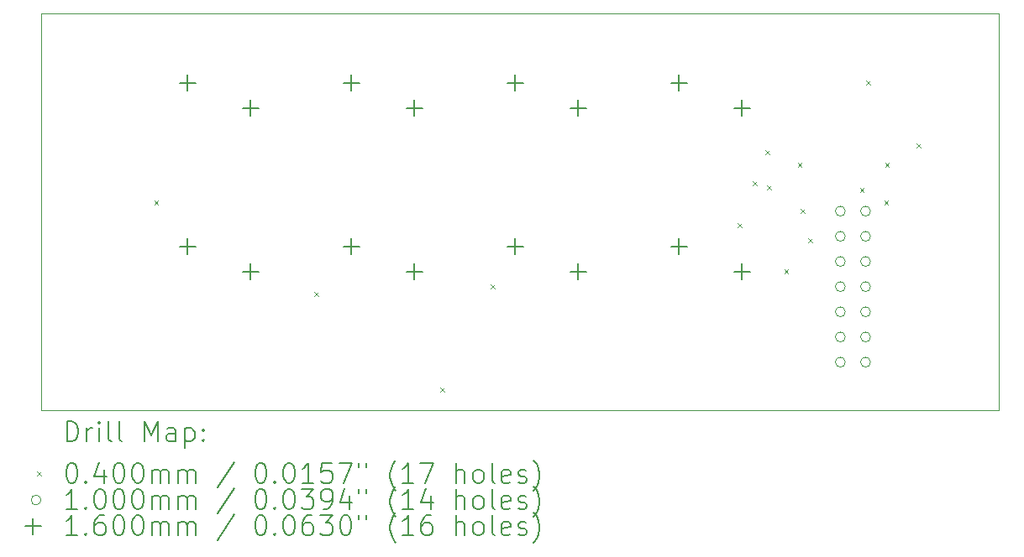
<source format=gbr>
%TF.GenerationSoftware,KiCad,Pcbnew,7.0.8*%
%TF.CreationDate,2023-10-22T18:36:18+02:00*%
%TF.ProjectId,Second test with RGB LEDs,5365636f-6e64-4207-9465-737420776974,rev?*%
%TF.SameCoordinates,Original*%
%TF.FileFunction,Drillmap*%
%TF.FilePolarity,Positive*%
%FSLAX45Y45*%
G04 Gerber Fmt 4.5, Leading zero omitted, Abs format (unit mm)*
G04 Created by KiCad (PCBNEW 7.0.8) date 2023-10-22 18:36:18*
%MOMM*%
%LPD*%
G01*
G04 APERTURE LIST*
%ADD10C,0.100000*%
%ADD11C,0.200000*%
%ADD12C,0.040000*%
%ADD13C,0.160000*%
G04 APERTURE END LIST*
D10*
X20624800Y-8001000D02*
X10972800Y-8001000D01*
X10972800Y-4000500D02*
X10972800Y-8001000D01*
X10972800Y-4000500D02*
X20624800Y-4000500D01*
X20624800Y-4000500D02*
X20624800Y-8001000D01*
D11*
D12*
X12108500Y-5885500D02*
X12148500Y-5925500D01*
X12148500Y-5885500D02*
X12108500Y-5925500D01*
X13721400Y-6812600D02*
X13761400Y-6852600D01*
X13761400Y-6812600D02*
X13721400Y-6852600D01*
X14991400Y-7777800D02*
X15031400Y-7817800D01*
X15031400Y-7777800D02*
X14991400Y-7817800D01*
X15499400Y-6736400D02*
X15539400Y-6776400D01*
X15539400Y-6736400D02*
X15499400Y-6776400D01*
X17990520Y-6116020D02*
X18030520Y-6156020D01*
X18030520Y-6116020D02*
X17990520Y-6156020D01*
X18141000Y-5695000D02*
X18181000Y-5735000D01*
X18181000Y-5695000D02*
X18141000Y-5735000D01*
X18268000Y-5377500D02*
X18308000Y-5417500D01*
X18308000Y-5377500D02*
X18268000Y-5417500D01*
X18287480Y-5739020D02*
X18327480Y-5779020D01*
X18327480Y-5739020D02*
X18287480Y-5779020D01*
X18458500Y-6584000D02*
X18498500Y-6624000D01*
X18498500Y-6584000D02*
X18458500Y-6624000D01*
X18594450Y-5504500D02*
X18634450Y-5544500D01*
X18634450Y-5504500D02*
X18594450Y-5544500D01*
X18623600Y-5974400D02*
X18663600Y-6014400D01*
X18663600Y-5974400D02*
X18623600Y-6014400D01*
X18701669Y-6266500D02*
X18741669Y-6306500D01*
X18741669Y-6266500D02*
X18701669Y-6306500D01*
X19220500Y-5758500D02*
X19260500Y-5798500D01*
X19260500Y-5758500D02*
X19220500Y-5798500D01*
X19284000Y-4679000D02*
X19324000Y-4719000D01*
X19324000Y-4679000D02*
X19284000Y-4719000D01*
X19465550Y-5885500D02*
X19505550Y-5925500D01*
X19505550Y-5885500D02*
X19465550Y-5925500D01*
X19474500Y-5504500D02*
X19514500Y-5544500D01*
X19514500Y-5504500D02*
X19474500Y-5544500D01*
X19792000Y-5314000D02*
X19832000Y-5354000D01*
X19832000Y-5314000D02*
X19792000Y-5354000D01*
D10*
X19074100Y-5994400D02*
G75*
G03*
X19074100Y-5994400I-50000J0D01*
G01*
X19074100Y-6248400D02*
G75*
G03*
X19074100Y-6248400I-50000J0D01*
G01*
X19074100Y-6502400D02*
G75*
G03*
X19074100Y-6502400I-50000J0D01*
G01*
X19074100Y-6756400D02*
G75*
G03*
X19074100Y-6756400I-50000J0D01*
G01*
X19074100Y-7010400D02*
G75*
G03*
X19074100Y-7010400I-50000J0D01*
G01*
X19074100Y-7264400D02*
G75*
G03*
X19074100Y-7264400I-50000J0D01*
G01*
X19074100Y-7518400D02*
G75*
G03*
X19074100Y-7518400I-50000J0D01*
G01*
X19328100Y-5994400D02*
G75*
G03*
X19328100Y-5994400I-50000J0D01*
G01*
X19328100Y-6248400D02*
G75*
G03*
X19328100Y-6248400I-50000J0D01*
G01*
X19328100Y-6502400D02*
G75*
G03*
X19328100Y-6502400I-50000J0D01*
G01*
X19328100Y-6756400D02*
G75*
G03*
X19328100Y-6756400I-50000J0D01*
G01*
X19328100Y-7010400D02*
G75*
G03*
X19328100Y-7010400I-50000J0D01*
G01*
X19328100Y-7264400D02*
G75*
G03*
X19328100Y-7264400I-50000J0D01*
G01*
X19328100Y-7518400D02*
G75*
G03*
X19328100Y-7518400I-50000J0D01*
G01*
D13*
X12445999Y-4618999D02*
X12445999Y-4778999D01*
X12365999Y-4698999D02*
X12525999Y-4698999D01*
X12445999Y-6269999D02*
X12445999Y-6429999D01*
X12365999Y-6349999D02*
X12525999Y-6349999D01*
X13081000Y-4873000D02*
X13081000Y-5033000D01*
X13001000Y-4953000D02*
X13161000Y-4953000D01*
X13081000Y-6524000D02*
X13081000Y-6684000D01*
X13001000Y-6604000D02*
X13161000Y-6604000D01*
X14096999Y-6269999D02*
X14096999Y-6429999D01*
X14016999Y-6349999D02*
X14176999Y-6349999D01*
X14096999Y-4618999D02*
X14096999Y-4778999D01*
X14016999Y-4698999D02*
X14176999Y-4698999D01*
X14732000Y-6524000D02*
X14732000Y-6684000D01*
X14652000Y-6604000D02*
X14812000Y-6604000D01*
X14732001Y-4873000D02*
X14732001Y-5033000D01*
X14652001Y-4953000D02*
X14812001Y-4953000D01*
X15747999Y-6269999D02*
X15747999Y-6429999D01*
X15667999Y-6349999D02*
X15827999Y-6349999D01*
X15748000Y-4618999D02*
X15748000Y-4778999D01*
X15668000Y-4698999D02*
X15828000Y-4698999D01*
X16383000Y-6524000D02*
X16383000Y-6684000D01*
X16303000Y-6604000D02*
X16463000Y-6604000D01*
X16383001Y-4873000D02*
X16383001Y-5033000D01*
X16303001Y-4953000D02*
X16463001Y-4953000D01*
X17398999Y-6269999D02*
X17398999Y-6429999D01*
X17318999Y-6349999D02*
X17478999Y-6349999D01*
X17399000Y-4618999D02*
X17399000Y-4778999D01*
X17319000Y-4698999D02*
X17479000Y-4698999D01*
X18034000Y-6524000D02*
X18034000Y-6684000D01*
X17954000Y-6604000D02*
X18114000Y-6604000D01*
X18034001Y-4873000D02*
X18034001Y-5033000D01*
X17954001Y-4953000D02*
X18114001Y-4953000D01*
D11*
X11228577Y-8317484D02*
X11228577Y-8117484D01*
X11228577Y-8117484D02*
X11276196Y-8117484D01*
X11276196Y-8117484D02*
X11304767Y-8127008D01*
X11304767Y-8127008D02*
X11323815Y-8146055D01*
X11323815Y-8146055D02*
X11333339Y-8165103D01*
X11333339Y-8165103D02*
X11342862Y-8203198D01*
X11342862Y-8203198D02*
X11342862Y-8231769D01*
X11342862Y-8231769D02*
X11333339Y-8269865D01*
X11333339Y-8269865D02*
X11323815Y-8288912D01*
X11323815Y-8288912D02*
X11304767Y-8307960D01*
X11304767Y-8307960D02*
X11276196Y-8317484D01*
X11276196Y-8317484D02*
X11228577Y-8317484D01*
X11428577Y-8317484D02*
X11428577Y-8184150D01*
X11428577Y-8222246D02*
X11438101Y-8203198D01*
X11438101Y-8203198D02*
X11447624Y-8193674D01*
X11447624Y-8193674D02*
X11466672Y-8184150D01*
X11466672Y-8184150D02*
X11485720Y-8184150D01*
X11552386Y-8317484D02*
X11552386Y-8184150D01*
X11552386Y-8117484D02*
X11542862Y-8127008D01*
X11542862Y-8127008D02*
X11552386Y-8136531D01*
X11552386Y-8136531D02*
X11561910Y-8127008D01*
X11561910Y-8127008D02*
X11552386Y-8117484D01*
X11552386Y-8117484D02*
X11552386Y-8136531D01*
X11676196Y-8317484D02*
X11657148Y-8307960D01*
X11657148Y-8307960D02*
X11647624Y-8288912D01*
X11647624Y-8288912D02*
X11647624Y-8117484D01*
X11780958Y-8317484D02*
X11761910Y-8307960D01*
X11761910Y-8307960D02*
X11752386Y-8288912D01*
X11752386Y-8288912D02*
X11752386Y-8117484D01*
X12009529Y-8317484D02*
X12009529Y-8117484D01*
X12009529Y-8117484D02*
X12076196Y-8260341D01*
X12076196Y-8260341D02*
X12142862Y-8117484D01*
X12142862Y-8117484D02*
X12142862Y-8317484D01*
X12323815Y-8317484D02*
X12323815Y-8212722D01*
X12323815Y-8212722D02*
X12314291Y-8193674D01*
X12314291Y-8193674D02*
X12295243Y-8184150D01*
X12295243Y-8184150D02*
X12257148Y-8184150D01*
X12257148Y-8184150D02*
X12238101Y-8193674D01*
X12323815Y-8307960D02*
X12304767Y-8317484D01*
X12304767Y-8317484D02*
X12257148Y-8317484D01*
X12257148Y-8317484D02*
X12238101Y-8307960D01*
X12238101Y-8307960D02*
X12228577Y-8288912D01*
X12228577Y-8288912D02*
X12228577Y-8269865D01*
X12228577Y-8269865D02*
X12238101Y-8250817D01*
X12238101Y-8250817D02*
X12257148Y-8241293D01*
X12257148Y-8241293D02*
X12304767Y-8241293D01*
X12304767Y-8241293D02*
X12323815Y-8231769D01*
X12419053Y-8184150D02*
X12419053Y-8384150D01*
X12419053Y-8193674D02*
X12438101Y-8184150D01*
X12438101Y-8184150D02*
X12476196Y-8184150D01*
X12476196Y-8184150D02*
X12495243Y-8193674D01*
X12495243Y-8193674D02*
X12504767Y-8203198D01*
X12504767Y-8203198D02*
X12514291Y-8222246D01*
X12514291Y-8222246D02*
X12514291Y-8279388D01*
X12514291Y-8279388D02*
X12504767Y-8298436D01*
X12504767Y-8298436D02*
X12495243Y-8307960D01*
X12495243Y-8307960D02*
X12476196Y-8317484D01*
X12476196Y-8317484D02*
X12438101Y-8317484D01*
X12438101Y-8317484D02*
X12419053Y-8307960D01*
X12600005Y-8298436D02*
X12609529Y-8307960D01*
X12609529Y-8307960D02*
X12600005Y-8317484D01*
X12600005Y-8317484D02*
X12590482Y-8307960D01*
X12590482Y-8307960D02*
X12600005Y-8298436D01*
X12600005Y-8298436D02*
X12600005Y-8317484D01*
X12600005Y-8193674D02*
X12609529Y-8203198D01*
X12609529Y-8203198D02*
X12600005Y-8212722D01*
X12600005Y-8212722D02*
X12590482Y-8203198D01*
X12590482Y-8203198D02*
X12600005Y-8193674D01*
X12600005Y-8193674D02*
X12600005Y-8212722D01*
D12*
X10927800Y-8626000D02*
X10967800Y-8666000D01*
X10967800Y-8626000D02*
X10927800Y-8666000D01*
D11*
X11266672Y-8537484D02*
X11285720Y-8537484D01*
X11285720Y-8537484D02*
X11304767Y-8547008D01*
X11304767Y-8547008D02*
X11314291Y-8556531D01*
X11314291Y-8556531D02*
X11323815Y-8575579D01*
X11323815Y-8575579D02*
X11333339Y-8613674D01*
X11333339Y-8613674D02*
X11333339Y-8661293D01*
X11333339Y-8661293D02*
X11323815Y-8699389D01*
X11323815Y-8699389D02*
X11314291Y-8718436D01*
X11314291Y-8718436D02*
X11304767Y-8727960D01*
X11304767Y-8727960D02*
X11285720Y-8737484D01*
X11285720Y-8737484D02*
X11266672Y-8737484D01*
X11266672Y-8737484D02*
X11247624Y-8727960D01*
X11247624Y-8727960D02*
X11238101Y-8718436D01*
X11238101Y-8718436D02*
X11228577Y-8699389D01*
X11228577Y-8699389D02*
X11219053Y-8661293D01*
X11219053Y-8661293D02*
X11219053Y-8613674D01*
X11219053Y-8613674D02*
X11228577Y-8575579D01*
X11228577Y-8575579D02*
X11238101Y-8556531D01*
X11238101Y-8556531D02*
X11247624Y-8547008D01*
X11247624Y-8547008D02*
X11266672Y-8537484D01*
X11419053Y-8718436D02*
X11428577Y-8727960D01*
X11428577Y-8727960D02*
X11419053Y-8737484D01*
X11419053Y-8737484D02*
X11409529Y-8727960D01*
X11409529Y-8727960D02*
X11419053Y-8718436D01*
X11419053Y-8718436D02*
X11419053Y-8737484D01*
X11600005Y-8604150D02*
X11600005Y-8737484D01*
X11552386Y-8527960D02*
X11504767Y-8670817D01*
X11504767Y-8670817D02*
X11628577Y-8670817D01*
X11742862Y-8537484D02*
X11761910Y-8537484D01*
X11761910Y-8537484D02*
X11780958Y-8547008D01*
X11780958Y-8547008D02*
X11790482Y-8556531D01*
X11790482Y-8556531D02*
X11800005Y-8575579D01*
X11800005Y-8575579D02*
X11809529Y-8613674D01*
X11809529Y-8613674D02*
X11809529Y-8661293D01*
X11809529Y-8661293D02*
X11800005Y-8699389D01*
X11800005Y-8699389D02*
X11790482Y-8718436D01*
X11790482Y-8718436D02*
X11780958Y-8727960D01*
X11780958Y-8727960D02*
X11761910Y-8737484D01*
X11761910Y-8737484D02*
X11742862Y-8737484D01*
X11742862Y-8737484D02*
X11723815Y-8727960D01*
X11723815Y-8727960D02*
X11714291Y-8718436D01*
X11714291Y-8718436D02*
X11704767Y-8699389D01*
X11704767Y-8699389D02*
X11695243Y-8661293D01*
X11695243Y-8661293D02*
X11695243Y-8613674D01*
X11695243Y-8613674D02*
X11704767Y-8575579D01*
X11704767Y-8575579D02*
X11714291Y-8556531D01*
X11714291Y-8556531D02*
X11723815Y-8547008D01*
X11723815Y-8547008D02*
X11742862Y-8537484D01*
X11933339Y-8537484D02*
X11952386Y-8537484D01*
X11952386Y-8537484D02*
X11971434Y-8547008D01*
X11971434Y-8547008D02*
X11980958Y-8556531D01*
X11980958Y-8556531D02*
X11990482Y-8575579D01*
X11990482Y-8575579D02*
X12000005Y-8613674D01*
X12000005Y-8613674D02*
X12000005Y-8661293D01*
X12000005Y-8661293D02*
X11990482Y-8699389D01*
X11990482Y-8699389D02*
X11980958Y-8718436D01*
X11980958Y-8718436D02*
X11971434Y-8727960D01*
X11971434Y-8727960D02*
X11952386Y-8737484D01*
X11952386Y-8737484D02*
X11933339Y-8737484D01*
X11933339Y-8737484D02*
X11914291Y-8727960D01*
X11914291Y-8727960D02*
X11904767Y-8718436D01*
X11904767Y-8718436D02*
X11895243Y-8699389D01*
X11895243Y-8699389D02*
X11885720Y-8661293D01*
X11885720Y-8661293D02*
X11885720Y-8613674D01*
X11885720Y-8613674D02*
X11895243Y-8575579D01*
X11895243Y-8575579D02*
X11904767Y-8556531D01*
X11904767Y-8556531D02*
X11914291Y-8547008D01*
X11914291Y-8547008D02*
X11933339Y-8537484D01*
X12085720Y-8737484D02*
X12085720Y-8604150D01*
X12085720Y-8623198D02*
X12095243Y-8613674D01*
X12095243Y-8613674D02*
X12114291Y-8604150D01*
X12114291Y-8604150D02*
X12142863Y-8604150D01*
X12142863Y-8604150D02*
X12161910Y-8613674D01*
X12161910Y-8613674D02*
X12171434Y-8632722D01*
X12171434Y-8632722D02*
X12171434Y-8737484D01*
X12171434Y-8632722D02*
X12180958Y-8613674D01*
X12180958Y-8613674D02*
X12200005Y-8604150D01*
X12200005Y-8604150D02*
X12228577Y-8604150D01*
X12228577Y-8604150D02*
X12247624Y-8613674D01*
X12247624Y-8613674D02*
X12257148Y-8632722D01*
X12257148Y-8632722D02*
X12257148Y-8737484D01*
X12352386Y-8737484D02*
X12352386Y-8604150D01*
X12352386Y-8623198D02*
X12361910Y-8613674D01*
X12361910Y-8613674D02*
X12380958Y-8604150D01*
X12380958Y-8604150D02*
X12409529Y-8604150D01*
X12409529Y-8604150D02*
X12428577Y-8613674D01*
X12428577Y-8613674D02*
X12438101Y-8632722D01*
X12438101Y-8632722D02*
X12438101Y-8737484D01*
X12438101Y-8632722D02*
X12447624Y-8613674D01*
X12447624Y-8613674D02*
X12466672Y-8604150D01*
X12466672Y-8604150D02*
X12495243Y-8604150D01*
X12495243Y-8604150D02*
X12514291Y-8613674D01*
X12514291Y-8613674D02*
X12523815Y-8632722D01*
X12523815Y-8632722D02*
X12523815Y-8737484D01*
X12914291Y-8527960D02*
X12742863Y-8785103D01*
X13171434Y-8537484D02*
X13190482Y-8537484D01*
X13190482Y-8537484D02*
X13209529Y-8547008D01*
X13209529Y-8547008D02*
X13219053Y-8556531D01*
X13219053Y-8556531D02*
X13228577Y-8575579D01*
X13228577Y-8575579D02*
X13238101Y-8613674D01*
X13238101Y-8613674D02*
X13238101Y-8661293D01*
X13238101Y-8661293D02*
X13228577Y-8699389D01*
X13228577Y-8699389D02*
X13219053Y-8718436D01*
X13219053Y-8718436D02*
X13209529Y-8727960D01*
X13209529Y-8727960D02*
X13190482Y-8737484D01*
X13190482Y-8737484D02*
X13171434Y-8737484D01*
X13171434Y-8737484D02*
X13152386Y-8727960D01*
X13152386Y-8727960D02*
X13142863Y-8718436D01*
X13142863Y-8718436D02*
X13133339Y-8699389D01*
X13133339Y-8699389D02*
X13123815Y-8661293D01*
X13123815Y-8661293D02*
X13123815Y-8613674D01*
X13123815Y-8613674D02*
X13133339Y-8575579D01*
X13133339Y-8575579D02*
X13142863Y-8556531D01*
X13142863Y-8556531D02*
X13152386Y-8547008D01*
X13152386Y-8547008D02*
X13171434Y-8537484D01*
X13323815Y-8718436D02*
X13333339Y-8727960D01*
X13333339Y-8727960D02*
X13323815Y-8737484D01*
X13323815Y-8737484D02*
X13314291Y-8727960D01*
X13314291Y-8727960D02*
X13323815Y-8718436D01*
X13323815Y-8718436D02*
X13323815Y-8737484D01*
X13457148Y-8537484D02*
X13476196Y-8537484D01*
X13476196Y-8537484D02*
X13495244Y-8547008D01*
X13495244Y-8547008D02*
X13504767Y-8556531D01*
X13504767Y-8556531D02*
X13514291Y-8575579D01*
X13514291Y-8575579D02*
X13523815Y-8613674D01*
X13523815Y-8613674D02*
X13523815Y-8661293D01*
X13523815Y-8661293D02*
X13514291Y-8699389D01*
X13514291Y-8699389D02*
X13504767Y-8718436D01*
X13504767Y-8718436D02*
X13495244Y-8727960D01*
X13495244Y-8727960D02*
X13476196Y-8737484D01*
X13476196Y-8737484D02*
X13457148Y-8737484D01*
X13457148Y-8737484D02*
X13438101Y-8727960D01*
X13438101Y-8727960D02*
X13428577Y-8718436D01*
X13428577Y-8718436D02*
X13419053Y-8699389D01*
X13419053Y-8699389D02*
X13409529Y-8661293D01*
X13409529Y-8661293D02*
X13409529Y-8613674D01*
X13409529Y-8613674D02*
X13419053Y-8575579D01*
X13419053Y-8575579D02*
X13428577Y-8556531D01*
X13428577Y-8556531D02*
X13438101Y-8547008D01*
X13438101Y-8547008D02*
X13457148Y-8537484D01*
X13714291Y-8737484D02*
X13600006Y-8737484D01*
X13657148Y-8737484D02*
X13657148Y-8537484D01*
X13657148Y-8537484D02*
X13638101Y-8566055D01*
X13638101Y-8566055D02*
X13619053Y-8585103D01*
X13619053Y-8585103D02*
X13600006Y-8594627D01*
X13895244Y-8537484D02*
X13800006Y-8537484D01*
X13800006Y-8537484D02*
X13790482Y-8632722D01*
X13790482Y-8632722D02*
X13800006Y-8623198D01*
X13800006Y-8623198D02*
X13819053Y-8613674D01*
X13819053Y-8613674D02*
X13866672Y-8613674D01*
X13866672Y-8613674D02*
X13885720Y-8623198D01*
X13885720Y-8623198D02*
X13895244Y-8632722D01*
X13895244Y-8632722D02*
X13904767Y-8651770D01*
X13904767Y-8651770D02*
X13904767Y-8699389D01*
X13904767Y-8699389D02*
X13895244Y-8718436D01*
X13895244Y-8718436D02*
X13885720Y-8727960D01*
X13885720Y-8727960D02*
X13866672Y-8737484D01*
X13866672Y-8737484D02*
X13819053Y-8737484D01*
X13819053Y-8737484D02*
X13800006Y-8727960D01*
X13800006Y-8727960D02*
X13790482Y-8718436D01*
X13971434Y-8537484D02*
X14104767Y-8537484D01*
X14104767Y-8537484D02*
X14019053Y-8737484D01*
X14171434Y-8537484D02*
X14171434Y-8575579D01*
X14247625Y-8537484D02*
X14247625Y-8575579D01*
X14542863Y-8813674D02*
X14533339Y-8804150D01*
X14533339Y-8804150D02*
X14514291Y-8775579D01*
X14514291Y-8775579D02*
X14504768Y-8756531D01*
X14504768Y-8756531D02*
X14495244Y-8727960D01*
X14495244Y-8727960D02*
X14485720Y-8680341D01*
X14485720Y-8680341D02*
X14485720Y-8642246D01*
X14485720Y-8642246D02*
X14495244Y-8594627D01*
X14495244Y-8594627D02*
X14504768Y-8566055D01*
X14504768Y-8566055D02*
X14514291Y-8547008D01*
X14514291Y-8547008D02*
X14533339Y-8518436D01*
X14533339Y-8518436D02*
X14542863Y-8508912D01*
X14723815Y-8737484D02*
X14609529Y-8737484D01*
X14666672Y-8737484D02*
X14666672Y-8537484D01*
X14666672Y-8537484D02*
X14647625Y-8566055D01*
X14647625Y-8566055D02*
X14628577Y-8585103D01*
X14628577Y-8585103D02*
X14609529Y-8594627D01*
X14790482Y-8537484D02*
X14923815Y-8537484D01*
X14923815Y-8537484D02*
X14838101Y-8737484D01*
X15152387Y-8737484D02*
X15152387Y-8537484D01*
X15238101Y-8737484D02*
X15238101Y-8632722D01*
X15238101Y-8632722D02*
X15228577Y-8613674D01*
X15228577Y-8613674D02*
X15209530Y-8604150D01*
X15209530Y-8604150D02*
X15180958Y-8604150D01*
X15180958Y-8604150D02*
X15161910Y-8613674D01*
X15161910Y-8613674D02*
X15152387Y-8623198D01*
X15361910Y-8737484D02*
X15342863Y-8727960D01*
X15342863Y-8727960D02*
X15333339Y-8718436D01*
X15333339Y-8718436D02*
X15323815Y-8699389D01*
X15323815Y-8699389D02*
X15323815Y-8642246D01*
X15323815Y-8642246D02*
X15333339Y-8623198D01*
X15333339Y-8623198D02*
X15342863Y-8613674D01*
X15342863Y-8613674D02*
X15361910Y-8604150D01*
X15361910Y-8604150D02*
X15390482Y-8604150D01*
X15390482Y-8604150D02*
X15409530Y-8613674D01*
X15409530Y-8613674D02*
X15419053Y-8623198D01*
X15419053Y-8623198D02*
X15428577Y-8642246D01*
X15428577Y-8642246D02*
X15428577Y-8699389D01*
X15428577Y-8699389D02*
X15419053Y-8718436D01*
X15419053Y-8718436D02*
X15409530Y-8727960D01*
X15409530Y-8727960D02*
X15390482Y-8737484D01*
X15390482Y-8737484D02*
X15361910Y-8737484D01*
X15542863Y-8737484D02*
X15523815Y-8727960D01*
X15523815Y-8727960D02*
X15514291Y-8708912D01*
X15514291Y-8708912D02*
X15514291Y-8537484D01*
X15695244Y-8727960D02*
X15676196Y-8737484D01*
X15676196Y-8737484D02*
X15638101Y-8737484D01*
X15638101Y-8737484D02*
X15619053Y-8727960D01*
X15619053Y-8727960D02*
X15609530Y-8708912D01*
X15609530Y-8708912D02*
X15609530Y-8632722D01*
X15609530Y-8632722D02*
X15619053Y-8613674D01*
X15619053Y-8613674D02*
X15638101Y-8604150D01*
X15638101Y-8604150D02*
X15676196Y-8604150D01*
X15676196Y-8604150D02*
X15695244Y-8613674D01*
X15695244Y-8613674D02*
X15704768Y-8632722D01*
X15704768Y-8632722D02*
X15704768Y-8651770D01*
X15704768Y-8651770D02*
X15609530Y-8670817D01*
X15780958Y-8727960D02*
X15800006Y-8737484D01*
X15800006Y-8737484D02*
X15838101Y-8737484D01*
X15838101Y-8737484D02*
X15857149Y-8727960D01*
X15857149Y-8727960D02*
X15866672Y-8708912D01*
X15866672Y-8708912D02*
X15866672Y-8699389D01*
X15866672Y-8699389D02*
X15857149Y-8680341D01*
X15857149Y-8680341D02*
X15838101Y-8670817D01*
X15838101Y-8670817D02*
X15809530Y-8670817D01*
X15809530Y-8670817D02*
X15790482Y-8661293D01*
X15790482Y-8661293D02*
X15780958Y-8642246D01*
X15780958Y-8642246D02*
X15780958Y-8632722D01*
X15780958Y-8632722D02*
X15790482Y-8613674D01*
X15790482Y-8613674D02*
X15809530Y-8604150D01*
X15809530Y-8604150D02*
X15838101Y-8604150D01*
X15838101Y-8604150D02*
X15857149Y-8613674D01*
X15933339Y-8813674D02*
X15942863Y-8804150D01*
X15942863Y-8804150D02*
X15961911Y-8775579D01*
X15961911Y-8775579D02*
X15971434Y-8756531D01*
X15971434Y-8756531D02*
X15980958Y-8727960D01*
X15980958Y-8727960D02*
X15990482Y-8680341D01*
X15990482Y-8680341D02*
X15990482Y-8642246D01*
X15990482Y-8642246D02*
X15980958Y-8594627D01*
X15980958Y-8594627D02*
X15971434Y-8566055D01*
X15971434Y-8566055D02*
X15961911Y-8547008D01*
X15961911Y-8547008D02*
X15942863Y-8518436D01*
X15942863Y-8518436D02*
X15933339Y-8508912D01*
D10*
X10967800Y-8910000D02*
G75*
G03*
X10967800Y-8910000I-50000J0D01*
G01*
D11*
X11333339Y-9001484D02*
X11219053Y-9001484D01*
X11276196Y-9001484D02*
X11276196Y-8801484D01*
X11276196Y-8801484D02*
X11257148Y-8830055D01*
X11257148Y-8830055D02*
X11238101Y-8849103D01*
X11238101Y-8849103D02*
X11219053Y-8858627D01*
X11419053Y-8982436D02*
X11428577Y-8991960D01*
X11428577Y-8991960D02*
X11419053Y-9001484D01*
X11419053Y-9001484D02*
X11409529Y-8991960D01*
X11409529Y-8991960D02*
X11419053Y-8982436D01*
X11419053Y-8982436D02*
X11419053Y-9001484D01*
X11552386Y-8801484D02*
X11571434Y-8801484D01*
X11571434Y-8801484D02*
X11590482Y-8811008D01*
X11590482Y-8811008D02*
X11600005Y-8820531D01*
X11600005Y-8820531D02*
X11609529Y-8839579D01*
X11609529Y-8839579D02*
X11619053Y-8877674D01*
X11619053Y-8877674D02*
X11619053Y-8925293D01*
X11619053Y-8925293D02*
X11609529Y-8963389D01*
X11609529Y-8963389D02*
X11600005Y-8982436D01*
X11600005Y-8982436D02*
X11590482Y-8991960D01*
X11590482Y-8991960D02*
X11571434Y-9001484D01*
X11571434Y-9001484D02*
X11552386Y-9001484D01*
X11552386Y-9001484D02*
X11533339Y-8991960D01*
X11533339Y-8991960D02*
X11523815Y-8982436D01*
X11523815Y-8982436D02*
X11514291Y-8963389D01*
X11514291Y-8963389D02*
X11504767Y-8925293D01*
X11504767Y-8925293D02*
X11504767Y-8877674D01*
X11504767Y-8877674D02*
X11514291Y-8839579D01*
X11514291Y-8839579D02*
X11523815Y-8820531D01*
X11523815Y-8820531D02*
X11533339Y-8811008D01*
X11533339Y-8811008D02*
X11552386Y-8801484D01*
X11742862Y-8801484D02*
X11761910Y-8801484D01*
X11761910Y-8801484D02*
X11780958Y-8811008D01*
X11780958Y-8811008D02*
X11790482Y-8820531D01*
X11790482Y-8820531D02*
X11800005Y-8839579D01*
X11800005Y-8839579D02*
X11809529Y-8877674D01*
X11809529Y-8877674D02*
X11809529Y-8925293D01*
X11809529Y-8925293D02*
X11800005Y-8963389D01*
X11800005Y-8963389D02*
X11790482Y-8982436D01*
X11790482Y-8982436D02*
X11780958Y-8991960D01*
X11780958Y-8991960D02*
X11761910Y-9001484D01*
X11761910Y-9001484D02*
X11742862Y-9001484D01*
X11742862Y-9001484D02*
X11723815Y-8991960D01*
X11723815Y-8991960D02*
X11714291Y-8982436D01*
X11714291Y-8982436D02*
X11704767Y-8963389D01*
X11704767Y-8963389D02*
X11695243Y-8925293D01*
X11695243Y-8925293D02*
X11695243Y-8877674D01*
X11695243Y-8877674D02*
X11704767Y-8839579D01*
X11704767Y-8839579D02*
X11714291Y-8820531D01*
X11714291Y-8820531D02*
X11723815Y-8811008D01*
X11723815Y-8811008D02*
X11742862Y-8801484D01*
X11933339Y-8801484D02*
X11952386Y-8801484D01*
X11952386Y-8801484D02*
X11971434Y-8811008D01*
X11971434Y-8811008D02*
X11980958Y-8820531D01*
X11980958Y-8820531D02*
X11990482Y-8839579D01*
X11990482Y-8839579D02*
X12000005Y-8877674D01*
X12000005Y-8877674D02*
X12000005Y-8925293D01*
X12000005Y-8925293D02*
X11990482Y-8963389D01*
X11990482Y-8963389D02*
X11980958Y-8982436D01*
X11980958Y-8982436D02*
X11971434Y-8991960D01*
X11971434Y-8991960D02*
X11952386Y-9001484D01*
X11952386Y-9001484D02*
X11933339Y-9001484D01*
X11933339Y-9001484D02*
X11914291Y-8991960D01*
X11914291Y-8991960D02*
X11904767Y-8982436D01*
X11904767Y-8982436D02*
X11895243Y-8963389D01*
X11895243Y-8963389D02*
X11885720Y-8925293D01*
X11885720Y-8925293D02*
X11885720Y-8877674D01*
X11885720Y-8877674D02*
X11895243Y-8839579D01*
X11895243Y-8839579D02*
X11904767Y-8820531D01*
X11904767Y-8820531D02*
X11914291Y-8811008D01*
X11914291Y-8811008D02*
X11933339Y-8801484D01*
X12085720Y-9001484D02*
X12085720Y-8868150D01*
X12085720Y-8887198D02*
X12095243Y-8877674D01*
X12095243Y-8877674D02*
X12114291Y-8868150D01*
X12114291Y-8868150D02*
X12142863Y-8868150D01*
X12142863Y-8868150D02*
X12161910Y-8877674D01*
X12161910Y-8877674D02*
X12171434Y-8896722D01*
X12171434Y-8896722D02*
X12171434Y-9001484D01*
X12171434Y-8896722D02*
X12180958Y-8877674D01*
X12180958Y-8877674D02*
X12200005Y-8868150D01*
X12200005Y-8868150D02*
X12228577Y-8868150D01*
X12228577Y-8868150D02*
X12247624Y-8877674D01*
X12247624Y-8877674D02*
X12257148Y-8896722D01*
X12257148Y-8896722D02*
X12257148Y-9001484D01*
X12352386Y-9001484D02*
X12352386Y-8868150D01*
X12352386Y-8887198D02*
X12361910Y-8877674D01*
X12361910Y-8877674D02*
X12380958Y-8868150D01*
X12380958Y-8868150D02*
X12409529Y-8868150D01*
X12409529Y-8868150D02*
X12428577Y-8877674D01*
X12428577Y-8877674D02*
X12438101Y-8896722D01*
X12438101Y-8896722D02*
X12438101Y-9001484D01*
X12438101Y-8896722D02*
X12447624Y-8877674D01*
X12447624Y-8877674D02*
X12466672Y-8868150D01*
X12466672Y-8868150D02*
X12495243Y-8868150D01*
X12495243Y-8868150D02*
X12514291Y-8877674D01*
X12514291Y-8877674D02*
X12523815Y-8896722D01*
X12523815Y-8896722D02*
X12523815Y-9001484D01*
X12914291Y-8791960D02*
X12742863Y-9049103D01*
X13171434Y-8801484D02*
X13190482Y-8801484D01*
X13190482Y-8801484D02*
X13209529Y-8811008D01*
X13209529Y-8811008D02*
X13219053Y-8820531D01*
X13219053Y-8820531D02*
X13228577Y-8839579D01*
X13228577Y-8839579D02*
X13238101Y-8877674D01*
X13238101Y-8877674D02*
X13238101Y-8925293D01*
X13238101Y-8925293D02*
X13228577Y-8963389D01*
X13228577Y-8963389D02*
X13219053Y-8982436D01*
X13219053Y-8982436D02*
X13209529Y-8991960D01*
X13209529Y-8991960D02*
X13190482Y-9001484D01*
X13190482Y-9001484D02*
X13171434Y-9001484D01*
X13171434Y-9001484D02*
X13152386Y-8991960D01*
X13152386Y-8991960D02*
X13142863Y-8982436D01*
X13142863Y-8982436D02*
X13133339Y-8963389D01*
X13133339Y-8963389D02*
X13123815Y-8925293D01*
X13123815Y-8925293D02*
X13123815Y-8877674D01*
X13123815Y-8877674D02*
X13133339Y-8839579D01*
X13133339Y-8839579D02*
X13142863Y-8820531D01*
X13142863Y-8820531D02*
X13152386Y-8811008D01*
X13152386Y-8811008D02*
X13171434Y-8801484D01*
X13323815Y-8982436D02*
X13333339Y-8991960D01*
X13333339Y-8991960D02*
X13323815Y-9001484D01*
X13323815Y-9001484D02*
X13314291Y-8991960D01*
X13314291Y-8991960D02*
X13323815Y-8982436D01*
X13323815Y-8982436D02*
X13323815Y-9001484D01*
X13457148Y-8801484D02*
X13476196Y-8801484D01*
X13476196Y-8801484D02*
X13495244Y-8811008D01*
X13495244Y-8811008D02*
X13504767Y-8820531D01*
X13504767Y-8820531D02*
X13514291Y-8839579D01*
X13514291Y-8839579D02*
X13523815Y-8877674D01*
X13523815Y-8877674D02*
X13523815Y-8925293D01*
X13523815Y-8925293D02*
X13514291Y-8963389D01*
X13514291Y-8963389D02*
X13504767Y-8982436D01*
X13504767Y-8982436D02*
X13495244Y-8991960D01*
X13495244Y-8991960D02*
X13476196Y-9001484D01*
X13476196Y-9001484D02*
X13457148Y-9001484D01*
X13457148Y-9001484D02*
X13438101Y-8991960D01*
X13438101Y-8991960D02*
X13428577Y-8982436D01*
X13428577Y-8982436D02*
X13419053Y-8963389D01*
X13419053Y-8963389D02*
X13409529Y-8925293D01*
X13409529Y-8925293D02*
X13409529Y-8877674D01*
X13409529Y-8877674D02*
X13419053Y-8839579D01*
X13419053Y-8839579D02*
X13428577Y-8820531D01*
X13428577Y-8820531D02*
X13438101Y-8811008D01*
X13438101Y-8811008D02*
X13457148Y-8801484D01*
X13590482Y-8801484D02*
X13714291Y-8801484D01*
X13714291Y-8801484D02*
X13647625Y-8877674D01*
X13647625Y-8877674D02*
X13676196Y-8877674D01*
X13676196Y-8877674D02*
X13695244Y-8887198D01*
X13695244Y-8887198D02*
X13704767Y-8896722D01*
X13704767Y-8896722D02*
X13714291Y-8915770D01*
X13714291Y-8915770D02*
X13714291Y-8963389D01*
X13714291Y-8963389D02*
X13704767Y-8982436D01*
X13704767Y-8982436D02*
X13695244Y-8991960D01*
X13695244Y-8991960D02*
X13676196Y-9001484D01*
X13676196Y-9001484D02*
X13619053Y-9001484D01*
X13619053Y-9001484D02*
X13600006Y-8991960D01*
X13600006Y-8991960D02*
X13590482Y-8982436D01*
X13809529Y-9001484D02*
X13847625Y-9001484D01*
X13847625Y-9001484D02*
X13866672Y-8991960D01*
X13866672Y-8991960D02*
X13876196Y-8982436D01*
X13876196Y-8982436D02*
X13895244Y-8953865D01*
X13895244Y-8953865D02*
X13904767Y-8915770D01*
X13904767Y-8915770D02*
X13904767Y-8839579D01*
X13904767Y-8839579D02*
X13895244Y-8820531D01*
X13895244Y-8820531D02*
X13885720Y-8811008D01*
X13885720Y-8811008D02*
X13866672Y-8801484D01*
X13866672Y-8801484D02*
X13828577Y-8801484D01*
X13828577Y-8801484D02*
X13809529Y-8811008D01*
X13809529Y-8811008D02*
X13800006Y-8820531D01*
X13800006Y-8820531D02*
X13790482Y-8839579D01*
X13790482Y-8839579D02*
X13790482Y-8887198D01*
X13790482Y-8887198D02*
X13800006Y-8906246D01*
X13800006Y-8906246D02*
X13809529Y-8915770D01*
X13809529Y-8915770D02*
X13828577Y-8925293D01*
X13828577Y-8925293D02*
X13866672Y-8925293D01*
X13866672Y-8925293D02*
X13885720Y-8915770D01*
X13885720Y-8915770D02*
X13895244Y-8906246D01*
X13895244Y-8906246D02*
X13904767Y-8887198D01*
X14076196Y-8868150D02*
X14076196Y-9001484D01*
X14028577Y-8791960D02*
X13980958Y-8934817D01*
X13980958Y-8934817D02*
X14104767Y-8934817D01*
X14171434Y-8801484D02*
X14171434Y-8839579D01*
X14247625Y-8801484D02*
X14247625Y-8839579D01*
X14542863Y-9077674D02*
X14533339Y-9068150D01*
X14533339Y-9068150D02*
X14514291Y-9039579D01*
X14514291Y-9039579D02*
X14504768Y-9020531D01*
X14504768Y-9020531D02*
X14495244Y-8991960D01*
X14495244Y-8991960D02*
X14485720Y-8944341D01*
X14485720Y-8944341D02*
X14485720Y-8906246D01*
X14485720Y-8906246D02*
X14495244Y-8858627D01*
X14495244Y-8858627D02*
X14504768Y-8830055D01*
X14504768Y-8830055D02*
X14514291Y-8811008D01*
X14514291Y-8811008D02*
X14533339Y-8782436D01*
X14533339Y-8782436D02*
X14542863Y-8772912D01*
X14723815Y-9001484D02*
X14609529Y-9001484D01*
X14666672Y-9001484D02*
X14666672Y-8801484D01*
X14666672Y-8801484D02*
X14647625Y-8830055D01*
X14647625Y-8830055D02*
X14628577Y-8849103D01*
X14628577Y-8849103D02*
X14609529Y-8858627D01*
X14895244Y-8868150D02*
X14895244Y-9001484D01*
X14847625Y-8791960D02*
X14800006Y-8934817D01*
X14800006Y-8934817D02*
X14923815Y-8934817D01*
X15152387Y-9001484D02*
X15152387Y-8801484D01*
X15238101Y-9001484D02*
X15238101Y-8896722D01*
X15238101Y-8896722D02*
X15228577Y-8877674D01*
X15228577Y-8877674D02*
X15209530Y-8868150D01*
X15209530Y-8868150D02*
X15180958Y-8868150D01*
X15180958Y-8868150D02*
X15161910Y-8877674D01*
X15161910Y-8877674D02*
X15152387Y-8887198D01*
X15361910Y-9001484D02*
X15342863Y-8991960D01*
X15342863Y-8991960D02*
X15333339Y-8982436D01*
X15333339Y-8982436D02*
X15323815Y-8963389D01*
X15323815Y-8963389D02*
X15323815Y-8906246D01*
X15323815Y-8906246D02*
X15333339Y-8887198D01*
X15333339Y-8887198D02*
X15342863Y-8877674D01*
X15342863Y-8877674D02*
X15361910Y-8868150D01*
X15361910Y-8868150D02*
X15390482Y-8868150D01*
X15390482Y-8868150D02*
X15409530Y-8877674D01*
X15409530Y-8877674D02*
X15419053Y-8887198D01*
X15419053Y-8887198D02*
X15428577Y-8906246D01*
X15428577Y-8906246D02*
X15428577Y-8963389D01*
X15428577Y-8963389D02*
X15419053Y-8982436D01*
X15419053Y-8982436D02*
X15409530Y-8991960D01*
X15409530Y-8991960D02*
X15390482Y-9001484D01*
X15390482Y-9001484D02*
X15361910Y-9001484D01*
X15542863Y-9001484D02*
X15523815Y-8991960D01*
X15523815Y-8991960D02*
X15514291Y-8972912D01*
X15514291Y-8972912D02*
X15514291Y-8801484D01*
X15695244Y-8991960D02*
X15676196Y-9001484D01*
X15676196Y-9001484D02*
X15638101Y-9001484D01*
X15638101Y-9001484D02*
X15619053Y-8991960D01*
X15619053Y-8991960D02*
X15609530Y-8972912D01*
X15609530Y-8972912D02*
X15609530Y-8896722D01*
X15609530Y-8896722D02*
X15619053Y-8877674D01*
X15619053Y-8877674D02*
X15638101Y-8868150D01*
X15638101Y-8868150D02*
X15676196Y-8868150D01*
X15676196Y-8868150D02*
X15695244Y-8877674D01*
X15695244Y-8877674D02*
X15704768Y-8896722D01*
X15704768Y-8896722D02*
X15704768Y-8915770D01*
X15704768Y-8915770D02*
X15609530Y-8934817D01*
X15780958Y-8991960D02*
X15800006Y-9001484D01*
X15800006Y-9001484D02*
X15838101Y-9001484D01*
X15838101Y-9001484D02*
X15857149Y-8991960D01*
X15857149Y-8991960D02*
X15866672Y-8972912D01*
X15866672Y-8972912D02*
X15866672Y-8963389D01*
X15866672Y-8963389D02*
X15857149Y-8944341D01*
X15857149Y-8944341D02*
X15838101Y-8934817D01*
X15838101Y-8934817D02*
X15809530Y-8934817D01*
X15809530Y-8934817D02*
X15790482Y-8925293D01*
X15790482Y-8925293D02*
X15780958Y-8906246D01*
X15780958Y-8906246D02*
X15780958Y-8896722D01*
X15780958Y-8896722D02*
X15790482Y-8877674D01*
X15790482Y-8877674D02*
X15809530Y-8868150D01*
X15809530Y-8868150D02*
X15838101Y-8868150D01*
X15838101Y-8868150D02*
X15857149Y-8877674D01*
X15933339Y-9077674D02*
X15942863Y-9068150D01*
X15942863Y-9068150D02*
X15961911Y-9039579D01*
X15961911Y-9039579D02*
X15971434Y-9020531D01*
X15971434Y-9020531D02*
X15980958Y-8991960D01*
X15980958Y-8991960D02*
X15990482Y-8944341D01*
X15990482Y-8944341D02*
X15990482Y-8906246D01*
X15990482Y-8906246D02*
X15980958Y-8858627D01*
X15980958Y-8858627D02*
X15971434Y-8830055D01*
X15971434Y-8830055D02*
X15961911Y-8811008D01*
X15961911Y-8811008D02*
X15942863Y-8782436D01*
X15942863Y-8782436D02*
X15933339Y-8772912D01*
D13*
X10887800Y-9094000D02*
X10887800Y-9254000D01*
X10807800Y-9174000D02*
X10967800Y-9174000D01*
D11*
X11333339Y-9265484D02*
X11219053Y-9265484D01*
X11276196Y-9265484D02*
X11276196Y-9065484D01*
X11276196Y-9065484D02*
X11257148Y-9094055D01*
X11257148Y-9094055D02*
X11238101Y-9113103D01*
X11238101Y-9113103D02*
X11219053Y-9122627D01*
X11419053Y-9246436D02*
X11428577Y-9255960D01*
X11428577Y-9255960D02*
X11419053Y-9265484D01*
X11419053Y-9265484D02*
X11409529Y-9255960D01*
X11409529Y-9255960D02*
X11419053Y-9246436D01*
X11419053Y-9246436D02*
X11419053Y-9265484D01*
X11600005Y-9065484D02*
X11561910Y-9065484D01*
X11561910Y-9065484D02*
X11542862Y-9075008D01*
X11542862Y-9075008D02*
X11533339Y-9084531D01*
X11533339Y-9084531D02*
X11514291Y-9113103D01*
X11514291Y-9113103D02*
X11504767Y-9151198D01*
X11504767Y-9151198D02*
X11504767Y-9227389D01*
X11504767Y-9227389D02*
X11514291Y-9246436D01*
X11514291Y-9246436D02*
X11523815Y-9255960D01*
X11523815Y-9255960D02*
X11542862Y-9265484D01*
X11542862Y-9265484D02*
X11580958Y-9265484D01*
X11580958Y-9265484D02*
X11600005Y-9255960D01*
X11600005Y-9255960D02*
X11609529Y-9246436D01*
X11609529Y-9246436D02*
X11619053Y-9227389D01*
X11619053Y-9227389D02*
X11619053Y-9179770D01*
X11619053Y-9179770D02*
X11609529Y-9160722D01*
X11609529Y-9160722D02*
X11600005Y-9151198D01*
X11600005Y-9151198D02*
X11580958Y-9141674D01*
X11580958Y-9141674D02*
X11542862Y-9141674D01*
X11542862Y-9141674D02*
X11523815Y-9151198D01*
X11523815Y-9151198D02*
X11514291Y-9160722D01*
X11514291Y-9160722D02*
X11504767Y-9179770D01*
X11742862Y-9065484D02*
X11761910Y-9065484D01*
X11761910Y-9065484D02*
X11780958Y-9075008D01*
X11780958Y-9075008D02*
X11790482Y-9084531D01*
X11790482Y-9084531D02*
X11800005Y-9103579D01*
X11800005Y-9103579D02*
X11809529Y-9141674D01*
X11809529Y-9141674D02*
X11809529Y-9189293D01*
X11809529Y-9189293D02*
X11800005Y-9227389D01*
X11800005Y-9227389D02*
X11790482Y-9246436D01*
X11790482Y-9246436D02*
X11780958Y-9255960D01*
X11780958Y-9255960D02*
X11761910Y-9265484D01*
X11761910Y-9265484D02*
X11742862Y-9265484D01*
X11742862Y-9265484D02*
X11723815Y-9255960D01*
X11723815Y-9255960D02*
X11714291Y-9246436D01*
X11714291Y-9246436D02*
X11704767Y-9227389D01*
X11704767Y-9227389D02*
X11695243Y-9189293D01*
X11695243Y-9189293D02*
X11695243Y-9141674D01*
X11695243Y-9141674D02*
X11704767Y-9103579D01*
X11704767Y-9103579D02*
X11714291Y-9084531D01*
X11714291Y-9084531D02*
X11723815Y-9075008D01*
X11723815Y-9075008D02*
X11742862Y-9065484D01*
X11933339Y-9065484D02*
X11952386Y-9065484D01*
X11952386Y-9065484D02*
X11971434Y-9075008D01*
X11971434Y-9075008D02*
X11980958Y-9084531D01*
X11980958Y-9084531D02*
X11990482Y-9103579D01*
X11990482Y-9103579D02*
X12000005Y-9141674D01*
X12000005Y-9141674D02*
X12000005Y-9189293D01*
X12000005Y-9189293D02*
X11990482Y-9227389D01*
X11990482Y-9227389D02*
X11980958Y-9246436D01*
X11980958Y-9246436D02*
X11971434Y-9255960D01*
X11971434Y-9255960D02*
X11952386Y-9265484D01*
X11952386Y-9265484D02*
X11933339Y-9265484D01*
X11933339Y-9265484D02*
X11914291Y-9255960D01*
X11914291Y-9255960D02*
X11904767Y-9246436D01*
X11904767Y-9246436D02*
X11895243Y-9227389D01*
X11895243Y-9227389D02*
X11885720Y-9189293D01*
X11885720Y-9189293D02*
X11885720Y-9141674D01*
X11885720Y-9141674D02*
X11895243Y-9103579D01*
X11895243Y-9103579D02*
X11904767Y-9084531D01*
X11904767Y-9084531D02*
X11914291Y-9075008D01*
X11914291Y-9075008D02*
X11933339Y-9065484D01*
X12085720Y-9265484D02*
X12085720Y-9132150D01*
X12085720Y-9151198D02*
X12095243Y-9141674D01*
X12095243Y-9141674D02*
X12114291Y-9132150D01*
X12114291Y-9132150D02*
X12142863Y-9132150D01*
X12142863Y-9132150D02*
X12161910Y-9141674D01*
X12161910Y-9141674D02*
X12171434Y-9160722D01*
X12171434Y-9160722D02*
X12171434Y-9265484D01*
X12171434Y-9160722D02*
X12180958Y-9141674D01*
X12180958Y-9141674D02*
X12200005Y-9132150D01*
X12200005Y-9132150D02*
X12228577Y-9132150D01*
X12228577Y-9132150D02*
X12247624Y-9141674D01*
X12247624Y-9141674D02*
X12257148Y-9160722D01*
X12257148Y-9160722D02*
X12257148Y-9265484D01*
X12352386Y-9265484D02*
X12352386Y-9132150D01*
X12352386Y-9151198D02*
X12361910Y-9141674D01*
X12361910Y-9141674D02*
X12380958Y-9132150D01*
X12380958Y-9132150D02*
X12409529Y-9132150D01*
X12409529Y-9132150D02*
X12428577Y-9141674D01*
X12428577Y-9141674D02*
X12438101Y-9160722D01*
X12438101Y-9160722D02*
X12438101Y-9265484D01*
X12438101Y-9160722D02*
X12447624Y-9141674D01*
X12447624Y-9141674D02*
X12466672Y-9132150D01*
X12466672Y-9132150D02*
X12495243Y-9132150D01*
X12495243Y-9132150D02*
X12514291Y-9141674D01*
X12514291Y-9141674D02*
X12523815Y-9160722D01*
X12523815Y-9160722D02*
X12523815Y-9265484D01*
X12914291Y-9055960D02*
X12742863Y-9313103D01*
X13171434Y-9065484D02*
X13190482Y-9065484D01*
X13190482Y-9065484D02*
X13209529Y-9075008D01*
X13209529Y-9075008D02*
X13219053Y-9084531D01*
X13219053Y-9084531D02*
X13228577Y-9103579D01*
X13228577Y-9103579D02*
X13238101Y-9141674D01*
X13238101Y-9141674D02*
X13238101Y-9189293D01*
X13238101Y-9189293D02*
X13228577Y-9227389D01*
X13228577Y-9227389D02*
X13219053Y-9246436D01*
X13219053Y-9246436D02*
X13209529Y-9255960D01*
X13209529Y-9255960D02*
X13190482Y-9265484D01*
X13190482Y-9265484D02*
X13171434Y-9265484D01*
X13171434Y-9265484D02*
X13152386Y-9255960D01*
X13152386Y-9255960D02*
X13142863Y-9246436D01*
X13142863Y-9246436D02*
X13133339Y-9227389D01*
X13133339Y-9227389D02*
X13123815Y-9189293D01*
X13123815Y-9189293D02*
X13123815Y-9141674D01*
X13123815Y-9141674D02*
X13133339Y-9103579D01*
X13133339Y-9103579D02*
X13142863Y-9084531D01*
X13142863Y-9084531D02*
X13152386Y-9075008D01*
X13152386Y-9075008D02*
X13171434Y-9065484D01*
X13323815Y-9246436D02*
X13333339Y-9255960D01*
X13333339Y-9255960D02*
X13323815Y-9265484D01*
X13323815Y-9265484D02*
X13314291Y-9255960D01*
X13314291Y-9255960D02*
X13323815Y-9246436D01*
X13323815Y-9246436D02*
X13323815Y-9265484D01*
X13457148Y-9065484D02*
X13476196Y-9065484D01*
X13476196Y-9065484D02*
X13495244Y-9075008D01*
X13495244Y-9075008D02*
X13504767Y-9084531D01*
X13504767Y-9084531D02*
X13514291Y-9103579D01*
X13514291Y-9103579D02*
X13523815Y-9141674D01*
X13523815Y-9141674D02*
X13523815Y-9189293D01*
X13523815Y-9189293D02*
X13514291Y-9227389D01*
X13514291Y-9227389D02*
X13504767Y-9246436D01*
X13504767Y-9246436D02*
X13495244Y-9255960D01*
X13495244Y-9255960D02*
X13476196Y-9265484D01*
X13476196Y-9265484D02*
X13457148Y-9265484D01*
X13457148Y-9265484D02*
X13438101Y-9255960D01*
X13438101Y-9255960D02*
X13428577Y-9246436D01*
X13428577Y-9246436D02*
X13419053Y-9227389D01*
X13419053Y-9227389D02*
X13409529Y-9189293D01*
X13409529Y-9189293D02*
X13409529Y-9141674D01*
X13409529Y-9141674D02*
X13419053Y-9103579D01*
X13419053Y-9103579D02*
X13428577Y-9084531D01*
X13428577Y-9084531D02*
X13438101Y-9075008D01*
X13438101Y-9075008D02*
X13457148Y-9065484D01*
X13695244Y-9065484D02*
X13657148Y-9065484D01*
X13657148Y-9065484D02*
X13638101Y-9075008D01*
X13638101Y-9075008D02*
X13628577Y-9084531D01*
X13628577Y-9084531D02*
X13609529Y-9113103D01*
X13609529Y-9113103D02*
X13600006Y-9151198D01*
X13600006Y-9151198D02*
X13600006Y-9227389D01*
X13600006Y-9227389D02*
X13609529Y-9246436D01*
X13609529Y-9246436D02*
X13619053Y-9255960D01*
X13619053Y-9255960D02*
X13638101Y-9265484D01*
X13638101Y-9265484D02*
X13676196Y-9265484D01*
X13676196Y-9265484D02*
X13695244Y-9255960D01*
X13695244Y-9255960D02*
X13704767Y-9246436D01*
X13704767Y-9246436D02*
X13714291Y-9227389D01*
X13714291Y-9227389D02*
X13714291Y-9179770D01*
X13714291Y-9179770D02*
X13704767Y-9160722D01*
X13704767Y-9160722D02*
X13695244Y-9151198D01*
X13695244Y-9151198D02*
X13676196Y-9141674D01*
X13676196Y-9141674D02*
X13638101Y-9141674D01*
X13638101Y-9141674D02*
X13619053Y-9151198D01*
X13619053Y-9151198D02*
X13609529Y-9160722D01*
X13609529Y-9160722D02*
X13600006Y-9179770D01*
X13780958Y-9065484D02*
X13904767Y-9065484D01*
X13904767Y-9065484D02*
X13838101Y-9141674D01*
X13838101Y-9141674D02*
X13866672Y-9141674D01*
X13866672Y-9141674D02*
X13885720Y-9151198D01*
X13885720Y-9151198D02*
X13895244Y-9160722D01*
X13895244Y-9160722D02*
X13904767Y-9179770D01*
X13904767Y-9179770D02*
X13904767Y-9227389D01*
X13904767Y-9227389D02*
X13895244Y-9246436D01*
X13895244Y-9246436D02*
X13885720Y-9255960D01*
X13885720Y-9255960D02*
X13866672Y-9265484D01*
X13866672Y-9265484D02*
X13809529Y-9265484D01*
X13809529Y-9265484D02*
X13790482Y-9255960D01*
X13790482Y-9255960D02*
X13780958Y-9246436D01*
X14028577Y-9065484D02*
X14047625Y-9065484D01*
X14047625Y-9065484D02*
X14066672Y-9075008D01*
X14066672Y-9075008D02*
X14076196Y-9084531D01*
X14076196Y-9084531D02*
X14085720Y-9103579D01*
X14085720Y-9103579D02*
X14095244Y-9141674D01*
X14095244Y-9141674D02*
X14095244Y-9189293D01*
X14095244Y-9189293D02*
X14085720Y-9227389D01*
X14085720Y-9227389D02*
X14076196Y-9246436D01*
X14076196Y-9246436D02*
X14066672Y-9255960D01*
X14066672Y-9255960D02*
X14047625Y-9265484D01*
X14047625Y-9265484D02*
X14028577Y-9265484D01*
X14028577Y-9265484D02*
X14009529Y-9255960D01*
X14009529Y-9255960D02*
X14000006Y-9246436D01*
X14000006Y-9246436D02*
X13990482Y-9227389D01*
X13990482Y-9227389D02*
X13980958Y-9189293D01*
X13980958Y-9189293D02*
X13980958Y-9141674D01*
X13980958Y-9141674D02*
X13990482Y-9103579D01*
X13990482Y-9103579D02*
X14000006Y-9084531D01*
X14000006Y-9084531D02*
X14009529Y-9075008D01*
X14009529Y-9075008D02*
X14028577Y-9065484D01*
X14171434Y-9065484D02*
X14171434Y-9103579D01*
X14247625Y-9065484D02*
X14247625Y-9103579D01*
X14542863Y-9341674D02*
X14533339Y-9332150D01*
X14533339Y-9332150D02*
X14514291Y-9303579D01*
X14514291Y-9303579D02*
X14504768Y-9284531D01*
X14504768Y-9284531D02*
X14495244Y-9255960D01*
X14495244Y-9255960D02*
X14485720Y-9208341D01*
X14485720Y-9208341D02*
X14485720Y-9170246D01*
X14485720Y-9170246D02*
X14495244Y-9122627D01*
X14495244Y-9122627D02*
X14504768Y-9094055D01*
X14504768Y-9094055D02*
X14514291Y-9075008D01*
X14514291Y-9075008D02*
X14533339Y-9046436D01*
X14533339Y-9046436D02*
X14542863Y-9036912D01*
X14723815Y-9265484D02*
X14609529Y-9265484D01*
X14666672Y-9265484D02*
X14666672Y-9065484D01*
X14666672Y-9065484D02*
X14647625Y-9094055D01*
X14647625Y-9094055D02*
X14628577Y-9113103D01*
X14628577Y-9113103D02*
X14609529Y-9122627D01*
X14895244Y-9065484D02*
X14857148Y-9065484D01*
X14857148Y-9065484D02*
X14838101Y-9075008D01*
X14838101Y-9075008D02*
X14828577Y-9084531D01*
X14828577Y-9084531D02*
X14809529Y-9113103D01*
X14809529Y-9113103D02*
X14800006Y-9151198D01*
X14800006Y-9151198D02*
X14800006Y-9227389D01*
X14800006Y-9227389D02*
X14809529Y-9246436D01*
X14809529Y-9246436D02*
X14819053Y-9255960D01*
X14819053Y-9255960D02*
X14838101Y-9265484D01*
X14838101Y-9265484D02*
X14876196Y-9265484D01*
X14876196Y-9265484D02*
X14895244Y-9255960D01*
X14895244Y-9255960D02*
X14904768Y-9246436D01*
X14904768Y-9246436D02*
X14914291Y-9227389D01*
X14914291Y-9227389D02*
X14914291Y-9179770D01*
X14914291Y-9179770D02*
X14904768Y-9160722D01*
X14904768Y-9160722D02*
X14895244Y-9151198D01*
X14895244Y-9151198D02*
X14876196Y-9141674D01*
X14876196Y-9141674D02*
X14838101Y-9141674D01*
X14838101Y-9141674D02*
X14819053Y-9151198D01*
X14819053Y-9151198D02*
X14809529Y-9160722D01*
X14809529Y-9160722D02*
X14800006Y-9179770D01*
X15152387Y-9265484D02*
X15152387Y-9065484D01*
X15238101Y-9265484D02*
X15238101Y-9160722D01*
X15238101Y-9160722D02*
X15228577Y-9141674D01*
X15228577Y-9141674D02*
X15209530Y-9132150D01*
X15209530Y-9132150D02*
X15180958Y-9132150D01*
X15180958Y-9132150D02*
X15161910Y-9141674D01*
X15161910Y-9141674D02*
X15152387Y-9151198D01*
X15361910Y-9265484D02*
X15342863Y-9255960D01*
X15342863Y-9255960D02*
X15333339Y-9246436D01*
X15333339Y-9246436D02*
X15323815Y-9227389D01*
X15323815Y-9227389D02*
X15323815Y-9170246D01*
X15323815Y-9170246D02*
X15333339Y-9151198D01*
X15333339Y-9151198D02*
X15342863Y-9141674D01*
X15342863Y-9141674D02*
X15361910Y-9132150D01*
X15361910Y-9132150D02*
X15390482Y-9132150D01*
X15390482Y-9132150D02*
X15409530Y-9141674D01*
X15409530Y-9141674D02*
X15419053Y-9151198D01*
X15419053Y-9151198D02*
X15428577Y-9170246D01*
X15428577Y-9170246D02*
X15428577Y-9227389D01*
X15428577Y-9227389D02*
X15419053Y-9246436D01*
X15419053Y-9246436D02*
X15409530Y-9255960D01*
X15409530Y-9255960D02*
X15390482Y-9265484D01*
X15390482Y-9265484D02*
X15361910Y-9265484D01*
X15542863Y-9265484D02*
X15523815Y-9255960D01*
X15523815Y-9255960D02*
X15514291Y-9236912D01*
X15514291Y-9236912D02*
X15514291Y-9065484D01*
X15695244Y-9255960D02*
X15676196Y-9265484D01*
X15676196Y-9265484D02*
X15638101Y-9265484D01*
X15638101Y-9265484D02*
X15619053Y-9255960D01*
X15619053Y-9255960D02*
X15609530Y-9236912D01*
X15609530Y-9236912D02*
X15609530Y-9160722D01*
X15609530Y-9160722D02*
X15619053Y-9141674D01*
X15619053Y-9141674D02*
X15638101Y-9132150D01*
X15638101Y-9132150D02*
X15676196Y-9132150D01*
X15676196Y-9132150D02*
X15695244Y-9141674D01*
X15695244Y-9141674D02*
X15704768Y-9160722D01*
X15704768Y-9160722D02*
X15704768Y-9179770D01*
X15704768Y-9179770D02*
X15609530Y-9198817D01*
X15780958Y-9255960D02*
X15800006Y-9265484D01*
X15800006Y-9265484D02*
X15838101Y-9265484D01*
X15838101Y-9265484D02*
X15857149Y-9255960D01*
X15857149Y-9255960D02*
X15866672Y-9236912D01*
X15866672Y-9236912D02*
X15866672Y-9227389D01*
X15866672Y-9227389D02*
X15857149Y-9208341D01*
X15857149Y-9208341D02*
X15838101Y-9198817D01*
X15838101Y-9198817D02*
X15809530Y-9198817D01*
X15809530Y-9198817D02*
X15790482Y-9189293D01*
X15790482Y-9189293D02*
X15780958Y-9170246D01*
X15780958Y-9170246D02*
X15780958Y-9160722D01*
X15780958Y-9160722D02*
X15790482Y-9141674D01*
X15790482Y-9141674D02*
X15809530Y-9132150D01*
X15809530Y-9132150D02*
X15838101Y-9132150D01*
X15838101Y-9132150D02*
X15857149Y-9141674D01*
X15933339Y-9341674D02*
X15942863Y-9332150D01*
X15942863Y-9332150D02*
X15961911Y-9303579D01*
X15961911Y-9303579D02*
X15971434Y-9284531D01*
X15971434Y-9284531D02*
X15980958Y-9255960D01*
X15980958Y-9255960D02*
X15990482Y-9208341D01*
X15990482Y-9208341D02*
X15990482Y-9170246D01*
X15990482Y-9170246D02*
X15980958Y-9122627D01*
X15980958Y-9122627D02*
X15971434Y-9094055D01*
X15971434Y-9094055D02*
X15961911Y-9075008D01*
X15961911Y-9075008D02*
X15942863Y-9046436D01*
X15942863Y-9046436D02*
X15933339Y-9036912D01*
M02*

</source>
